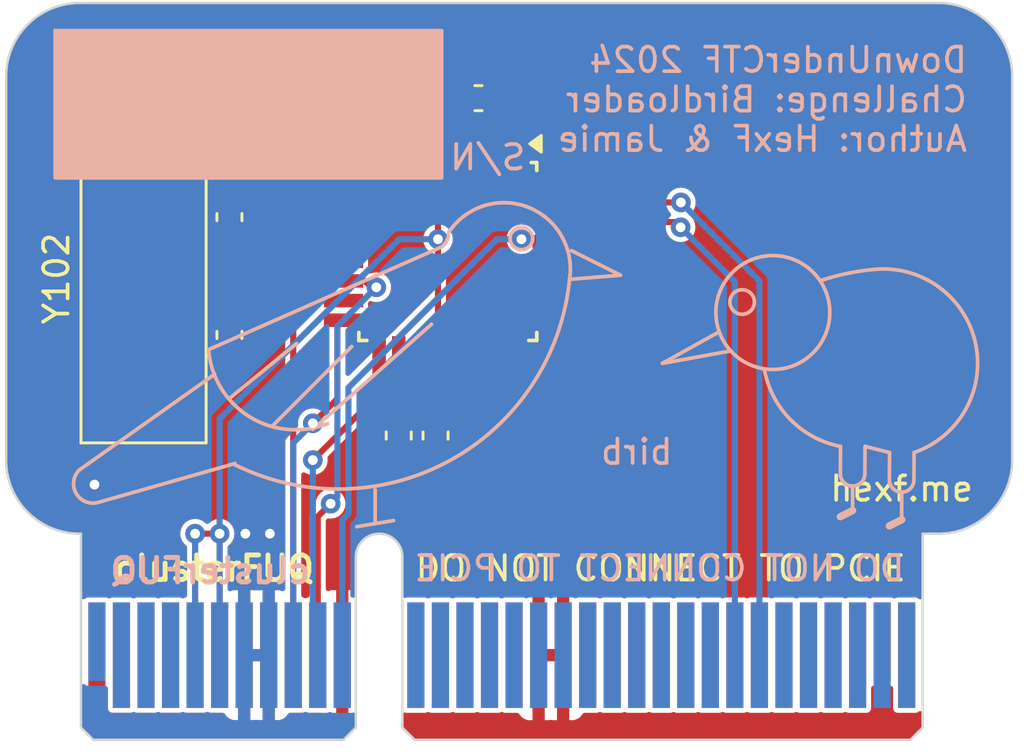
<source format=kicad_pcb>
(kicad_pcb (version 20240108) (generator "pcbnew") (generator_version "8.0")
  (layers (0 "F.Cu" signal) (31 "B.Cu" signal) (34 "B.Paste" user) (35 "F.Paste" user) (36 "B.SilkS" user "B.Silkscreen") (37 "F.SilkS" user "F.Silkscreen") (38 "B.Mask" user) (39 "F.Mask" user) (44 "Edge.Cuts" user))
  (net 0 "")
  (net 1 "/XTAL2")
  (net 2 "+5V")
  (net 3 "+3V3")
  (net 4 "GND")
  (net 5 "/XTAL1")
  (net 6 "/SPI_SCK")
  (net 7 "/SPI_CS")
  (net 21 "+5V_0")
  (net 22 "/CH_RX")
  (net 29 "/CH_TX")
  (net 30 "+AUX")
  (net 50 "+AUX_0")
  (net 51 "+AUX_1")
  (net 52 "/~{RESET}")
  (net 53 "+5V_1")
  (net 54 "+AUX_2")
  (net 55 "/SPI_MISO")
  (net 56 "/SPI_MOSI")
  (net 57 "+5V_2")
  (footprint "Package_QFP:TQFP-32_7x7mm_P0.8mm" (layer "F.Cu") (at 145 88.5 -90)
    (property "Reference" "U101" (hide yes))
    (property "Value" "ATmega328PB-A")
    (fp_line (start -3.625 3.625) (end -3.3 3.625) (stroke (width 0.15)) (layer "F.SilkS"))
    (fp_line (start -3.625 3.625) (end -3.625 3.3) (stroke (width 0.15)) (layer "F.SilkS"))
    (fp_line (start 3.625 3.625) (end 3.3 3.625) (stroke (width 0.15)) (layer "F.SilkS"))
    (fp_line (start 3.625 3.625) (end 3.625 3.3) (stroke (width 0.15)) (layer "F.SilkS"))
    (fp_line (start -3.625 -3.625) (end -3.625 -3.4) (stroke (width 0.15)) (layer "F.SilkS"))
    (fp_line (start -3.625 -3.625) (end -3.3 -3.625) (stroke (width 0.15)) (layer "F.SilkS"))
    (fp_line (start 3.625 -3.625) (end 3.625 -3.3) (stroke (width 0.15)) (layer "F.SilkS"))
    (fp_line (start 3.625 -3.625) (end 3.3 -3.625) (stroke (width 0.15)) (layer "F.SilkS"))
    (fp_poly (pts (xy -4.39 -3.34) (xy -4.73 -3.81) (xy -4.05 -3.81) (xy -4.39 -3.34)) (stroke (width 0.12)) (fill solid) (layer "F.SilkS"))
    (pad "1" smd rect (at -4.25 -2.8 270) (size 1.6 0.55) (layers "F.Cu" "F.Paste" "F.Mask"))
    (pad "2" smd rect (at -4.25 -2 270) (size 1.6 0.55) (layers "F.Cu" "F.Paste" "F.Mask"))
    (pad "3" smd rect (at -4.25 -1.2 270) (size 1.6 0.55) (layers "F.Cu" "F.Paste" "F.Mask"))
    (pad "4" smd rect (at -4.25 -0.4 270) (size 1.6 0.55) (layers "F.Cu" "F.Paste" "F.Mask") (net 3 "+3V3"))
    (pad "5" smd rect (at -4.25 0.4 270) (size 1.6 0.55) (layers "F.Cu" "F.Paste" "F.Mask") (net 4 "GND"))
    (pad "6" smd rect (at -4.25 1.2 270) (size 1.6 0.55) (layers "F.Cu" "F.Paste" "F.Mask"))
    (pad "7" smd rect (at -4.25 2 270) (size 1.6 0.55) (layers "F.Cu" "F.Paste" "F.Mask") (net 5 "/XTAL1"))
    (pad "8" smd rect (at -4.25 2.8 270) (size 1.6 0.55) (layers "F.Cu" "F.Paste" "F.Mask") (net 1 "/XTAL2"))
    (pad "9" smd rect (at -2.8 4.25) (size 1.6 0.55) (layers "F.Cu" "F.Paste" "F.Mask"))
    (pad "10" smd rect (at -2 4.25) (size 1.6 0.55) (layers "F.Cu" "F.Paste" "F.Mask"))
    (pad "11" smd rect (at -1.2 4.25) (size 1.6 0.55) (layers "F.Cu" "F.Paste" "F.Mask"))
    (pad "12" smd rect (at -0.4 4.25) (size 1.6 0.55) (layers "F.Cu" "F.Paste" "F.Mask"))
    (pad "13" smd rect (at 0.4 4.25) (size 1.6 0.55) (layers "F.Cu" "F.Paste" "F.Mask"))
    (pad "14" smd rect (at 1.2 4.25) (size 1.6 0.55) (layers "F.Cu" "F.Paste" "F.Mask") (net 7 "/SPI_CS"))
    (pad "15" smd rect (at 2 4.25) (size 1.6 0.55) (layers "F.Cu" "F.Paste" "F.Mask") (net 56 "/SPI_MOSI"))
    (pad "16" smd rect (at 2.8 4.25) (size 1.6 0.55) (layers "F.Cu" "F.Paste" "F.Mask") (net 55 "/SPI_MISO"))
    (pad "17" smd rect (at 4.25 2.8 270) (size 1.6 0.55) (layers "F.Cu" "F.Paste" "F.Mask") (net 6 "/SPI_SCK"))
    (pad "18" smd rect (at 4.25 2 270) (size 1.6 0.55) (layers "F.Cu" "F.Paste" "F.Mask") (net 3 "+3V3"))
    (pad "19" smd rect (at 4.25 1.2 270) (size 1.6 0.55) (layers "F.Cu" "F.Paste" "F.Mask"))
    (pad "20" smd rect (at 4.25 0.4 270) (size 1.6 0.55) (layers "F.Cu" "F.Paste" "F.Mask") (net 3 "+3V3"))
    (pad "21" smd rect (at 4.25 -0.4 270) (size 1.6 0.55) (layers "F.Cu" "F.Paste" "F.Mask") (net 4 "GND"))
    (pad "22" smd rect (at 4.25 -1.2 270) (size 1.6 0.55) (layers "F.Cu" "F.Paste" "F.Mask"))
    (pad "23" smd rect (at 4.25 -2 270) (size 1.6 0.55) (layers "F.Cu" "F.Paste" "F.Mask"))
    (pad "24" smd rect (at 4.25 -2.8 270) (size 1.6 0.55) (layers "F.Cu" "F.Paste" "F.Mask"))
    (pad "25" smd rect (at 2.8 -4.25) (size 1.6 0.55) (layers "F.Cu" "F.Paste" "F.Mask"))
    (pad "26" smd rect (at 2 -4.25) (size 1.6 0.55) (layers "F.Cu" "F.Paste" "F.Mask"))
    (pad "27" smd rect (at 1.2 -4.25) (size 1.6 0.55) (layers "F.Cu" "F.Paste" "F.Mask"))
    (pad "28" smd rect (at 0.4 -4.25) (size 1.6 0.55) (layers "F.Cu" "F.Paste" "F.Mask"))
    (pad "29" smd rect (at -0.4 -4.25) (size 1.6 0.55) (layers "F.Cu" "F.Paste" "F.Mask") (net 52 "/~{RESET}"))
    (pad "30" smd rect (at -1.2 -4.25) (size 1.6 0.55) (layers "F.Cu" "F.Paste" "F.Mask") (net 22 "/CH_RX"))
    (pad "31" smd rect (at -2 -4.25) (size 1.6 0.55) (layers "F.Cu" "F.Paste" "F.Mask") (net 29 "/CH_TX"))
    (pad "32" smd rect (at -2.8 -4.25) (size 1.6 0.55) (layers "F.Cu" "F.Paste" "F.Mask"))
  )
  (footprint "Capacitor_SMD:C_0603_1608Metric_Pad1.08x0.95mm_HandSolder" (layer "F.Cu") (at 144.5 96 -90)
    (property "Reference" "C103" (hide yes))
    (property "Value" "100nF")
    (fp_line (start -0.146267 0.51) (end 0.146267 0.51) (stroke (width 0.12)) (layer "F.SilkS"))
    (fp_line (start -0.146267 -0.51) (end 0.146267 -0.51) (stroke (width 0.12)) (layer "F.SilkS"))
    (pad "1" smd roundrect (at -0.8625 0 270) (size 1.075 0.95) (layers "F.Cu" "F.Paste" "F.Mask") (net 3 "+3V3"))
    (pad "2" smd roundrect (at 0.8625 0 270) (size 1.075 0.95) (layers "F.Cu" "F.Paste" "F.Mask") (net 4 "GND"))
  )
  (footprint "Connector_PCBEdge:BUS_PCIexpress_x4" (layer "F.Cu") (at 130.7 104.95)
    (property "Reference" "J1" (hide yes))
    (property "Value" "clusterFUQ_Connector")
    (fp_line (start -0.65 -4.95) (end -0.65 2.95) (stroke (width 0.1)) (layer "Edge.Cuts"))
    (fp_line (start -0.65 2.95) (end -0.15 3.45) (stroke (width 0.1)) (layer "Edge.Cuts"))
    (fp_line (start -0.15 3.45) (end 10.05 3.45) (stroke (width 0.1)) (layer "Edge.Cuts"))
    (fp_line (start 10.55 -4) (end 10.55 2.95) (stroke (width 0.1)) (layer "Edge.Cuts"))
    (fp_line (start 10.55 2.95) (end 10.05 3.45) (stroke (width 0.1)) (layer "Edge.Cuts"))
    (fp_line (start 12.45 -4) (end 12.45 2.95) (stroke (width 0.1)) (layer "Edge.Cuts"))
    (fp_line (start 12.45 2.95) (end 12.95 3.45) (stroke (width 0.1)) (layer "Edge.Cuts"))
    (fp_line (start 12.95 3.45) (end 33.15 3.45) (stroke (width 0.1)) (layer "Edge.Cuts"))
    (fp_line (start 33.65 -4.95) (end 33.65 2.95) (stroke (width 0.1)) (layer "Edge.Cuts"))
    (fp_line (start 33.65 2.95) (end 33.15 3.45) (stroke (width 0.1)) (layer "Edge.Cuts"))
    (fp_arc (start 10.55 -4) (mid 11.5 -4.95) (end 12.45 -4) (stroke (width 0.1)) (layer "Edge.Cuts"))
    (pad "A1" connect rect (at 0 -0.55) (size 0.7 3.2) (layers "B.Cu" "B.Mask") (net 54 "+AUX_2"))
    (pad "A2" connect rect (at 1 0) (size 0.7 4.3) (layers "B.Cu" "B.Mask") (net 50 "+AUX_0"))
    (pad "A3" connect rect (at 2 0) (size 0.7 4.3) (layers "B.Cu" "B.Mask") (net 53 "+5V_1"))
    (pad "A4" connect rect (at 3 0) (size 0.7 4.3) (layers "B.Cu" "B.Mask") (net 57 "+5V_2"))
    (pad "A5" connect rect (at 4 0) (size 0.7 4.3) (layers "B.Cu" "B.Mask") (net 3 "+3V3"))
    (pad "A6" connect rect (at 5 0) (size 0.7 4.3) (layers "B.Cu" "B.Mask") (net 3 "+3V3"))
    (pad "A7" connect rect (at 6 0) (size 0.7 4.3) (layers "B.Cu" "B.Mask") (net 4 "GND"))
    (pad "A8" connect rect (at 7 0) (size 0.7 4.3) (layers "B.Cu" "B.Mask") (net 4 "GND"))
    (pad "A9" connect rect (at 8 0) (size 0.7 4.3) (layers "B.Cu" "B.Mask") (net 55 "/SPI_MISO"))
    (pad "A10" connect rect (at 9 0) (size 0.7 4.3) (layers "B.Cu" "B.Mask") (net 6 "/SPI_SCK"))
    (pad "A11" connect rect (at 10 0) (size 0.7 4.3) (layers "B.Cu" "B.Mask") (net 52 "/~{RESET}"))
    (pad "A12" connect rect (at 13 0) (size 0.7 4.3) (layers "B.Cu" "B.Mask"))
    (pad "A13" connect rect (at 14 0) (size 0.7 4.3) (layers "B.Cu" "B.Mask"))
    (pad "A14" connect rect (at 15 0) (size 0.7 4.3) (layers "B.Cu" "B.Mask"))
    (pad "A15" connect rect (at 16 0) (size 0.7 4.3) (layers "B.Cu" "B.Mask"))
    (pad "A16" connect rect (at 17 0) (size 0.7 4.3) (layers "B.Cu" "B.Mask"))
    (pad "A17" connect rect (at 18 0) (size 0.7 4.3) (layers "B.Cu" "B.Mask"))
    (pad "A18" connect rect (at 19 0) (size 0.7 4.3) (layers "B.Cu" "B.Mask"))
    (pad "A19" connect rect (at 20 0) (size 0.7 4.3) (layers "B.Cu" "B.Mask"))
    (pad "A20" connect rect (at 21 0) (size 0.7 4.3) (layers "B.Cu" "B.Mask"))
    (pad "A21" connect rect (at 22 0) (size 0.7 4.3) (layers "B.Cu" "B.Mask"))
    (pad "A22" connect rect (at 23 0) (size 0.7 4.3) (layers "B.Cu" "B.Mask"))
    (pad "A23" connect rect (at 24 0) (size 0.7 4.3) (layers "B.Cu" "B.Mask"))
    (pad "A24" connect rect (at 25 0) (size 0.7 4.3) (layers "B.Cu" "B.Mask"))
    (pad "A25" connect rect (at 26 0) (size 0.7 4.3) (layers "B.Cu" "B.Mask") (net 22 "/CH_RX"))
    (pad "A26" connect rect (at 27 0) (size 0.7 4.3) (layers "B.Cu" "B.Mask") (net 29 "/CH_TX"))
    (pad "A27" connect rect (at 28 0) (size 0.7 4.3) (layers "B.Cu" "B.Mask"))
    (pad "A28" connect rect (at 29 0) (size 0.7 4.3) (layers "B.Cu" "B.Mask"))
    (pad "A29" connect rect (at 30 0) (size 0.7 4.3) (layers "B.Cu" "B.Mask"))
    (pad "A30" connect rect (at 31 0) (size 0.7 4.3) (layers "B.Cu" "B.Mask"))
    (pad "A31" connect rect (at 32 0) (size 0.7 4.3) (layers "B.Cu" "B.Mask"))
    (pad "A32" connect rect (at 33 0) (size 0.7 4.3) (layers "B.Cu" "B.Mask"))
    (pad "B1" connect rect (at 0 0) (size 0.7 4.3) (layers "F.Cu" "F.Mask") (net 51 "+AUX_1"))
    (pad "B2" connect rect (at 1 0) (size 0.7 4.3) (layers "F.Cu" "F.Mask") (net 30 "+AUX"))
    (pad "B3" connect rect (at 2 0) (size 0.7 4.3) (layers "F.Cu" "F.Mask") (net 21 "+5V_0"))
    (pad "B4" connect rect (at 3 0) (size 0.7 4.3) (layers "F.Cu" "F.Mask") (net 2 "+5V"))
    (pad "B5" connect rect (at 4 0) (size 0.7 4.3) (layers "F.Cu" "F.Mask") (net 3 "+3V3"))
    (pad "B6" connect rect (at 5 0) (size 0.7 4.3) (layers "F.Cu" "F.Mask") (net 3 "+3V3"))
    (pad "B7" connect rect (at 6 0) (size 0.7 4.3) (layers "F.Cu" "F.Mask") (net 4 "GND"))
    (pad "B8" connect rect (at 7 0) (size 0.7 4.3) (layers "F.Cu" "F.Mask") (net 4 "GND"))
    (pad "B9" connect rect (at 8 0) (size 0.7 4.3) (layers "F.Cu" "F.Mask") (net 56 "/SPI_MOSI"))
    (pad "B10" connect rect (at 9 0) (size 0.7 4.3) (layers "F.Cu" "F.Mask") (net 7 "/SPI_CS"))
    (pad "B11" connect rect (at 10 0) (size 0.7 4.3) (layers "F.Cu" "F.Mask") (net 4 "GND"))
    (pad "B12" connect rect (at 13 0) (size 0.7 4.3) (layers "F.Cu" "F.Mask"))
    (pad "B13" connect rect (at 14 0) (size 0.7 4.3) (layers "F.Cu" "F.Mask"))
    (pad "B14" connect rect (at 15 0) (size 0.7 4.3) (layers "F.Cu" "F.Mask"))
    (pad "B15" connect rect (at 16 0) (size 0.7 4.3) (layers "F.Cu" "F.Mask"))
    (pad "B16" connect rect (at 17 0) (size 0.7 4.3) (layers "F.Cu" "F.Mask"))
    (pad "B17" connect rect (at 18 0) (size 0.7 4.3) (layers "F.Cu" "F.Mask") (net 4 "GND"))
    (pad "B18" connect rect (at 19 0) (size 0.7 4.3) (layers "F.Cu" "F.Mask") (net 4 "GND"))
    (pad "B19" connect rect (at 20 0) (size 0.7 4.3) (layers "F.Cu" "F.Mask"))
    (pad "B20" connect rect (at 21 0) (size 0.7 4.3) (layers "F.Cu" "F.Mask"))
    (pad "B21" connect rect (at 22 0) (size 0.7 4.3) (layers "F.Cu" "F.Mask"))
    (pad "B22" connect rect (at 23 0) (size 0.7 4.3) (layers "F.Cu" "F.Mask"))
    (pad "B23" connect rect (at 24 0) (size 0.7 4.3) (layers "F.Cu" "F.Mask"))
    (pad "B24" connect rect (at 25 0) (size 0.7 4.3) (layers "F.Cu" "F.Mask"))
    (pad "B25" connect rect (at 26 0) (size 0.7 4.3) (layers "F.Cu" "F.Mask"))
    (pad "B26" connect rect (at 27 0) (size 0.7 4.3) (layers "F.Cu" "F.Mask"))
    (pad "B27" connect rect (at 28 0) (size 0.7 4.3) (layers "F.Cu" "F.Mask"))
    (pad "B28" connect rect (at 29 0) (size 0.7 4.3) (layers "F.Cu" "F.Mask"))
    (pad "B29" connect rect (at 30 0) (size 0.7 4.3) (layers "F.Cu" "F.Mask"))
    (pad "B30" connect rect (at 31 0) (size 0.7 4.3) (layers "F.Cu" "F.Mask"))
    (pad "B31" connect rect (at 32 -0.55) (size 0.7 3.2) (layers "F.Cu" "F.Mask"))
    (pad "B32" connect rect (at 33 0) (size 0.7 4.3) (layers "F.Cu" "F.Mask"))
  )
  (footprint "Capacitor_SMD:C_0603_1608Metric_Pad1.08x0.95mm_HandSolder" (layer "F.Cu") (at 146.25 82.25)
    (property "Reference" "C104" (hide yes))
    (property "Value" "1uF")
    (fp_line (start -0.146267 -0.51) (end 0.146267 -0.51) (stroke (width 0.12)) (layer "F.SilkS"))
    (fp_line (start -0.146267 0.51) (end 0.146267 0.51) (stroke (width 0.12)) (layer "F.SilkS"))
    (pad "1" smd roundrect (at -0.8625 0) (size 1.075 0.95) (layers "F.Cu" "F.Paste" "F.Mask") (net 3 "+3V3"))
    (pad "2" smd roundrect (at 0.8625 0) (size 1.075 0.95) (layers "F.Cu" "F.Paste" "F.Mask") (net 4 "GND"))
  )
  (footprint "Capacitor_SMD:C_0603_1608Metric_Pad1.08x0.95mm_HandSolder" (layer "F.Cu") (at 136.1 91.9 -90)
    (property "Reference" "C101" (hide yes))
    (property "Value" "22pF")
    (fp_line (start -0.146267 0.51) (end 0.146267 0.51) (stroke (width 0.12)) (layer "F.SilkS"))
    (fp_line (start -0.146267 -0.51) (end 0.146267 -0.51) (stroke (width 0.12)) (layer "F.SilkS"))
    (pad "1" smd roundrect (at -0.8625 0 270) (size 1.075 0.95) (layers "F.Cu" "F.Paste" "F.Mask") (net 1 "/XTAL2"))
    (pad "2" smd roundrect (at 0.8625 0 270) (size 1.075 0.95) (layers "F.Cu" "F.Paste" "F.Mask") (net 4 "GND"))
  )
  (footprint "Crystal:Crystal_SMD_HC49-SD" (layer "F.Cu") (at 132.6 89.6 90)
    (property "Reference" "Y102" (at 0 -3.55 -90) (layer "F.SilkS"))
    (property "Value" "X49SM8MSD2SC")
    (fp_line (start 5.9 -2.55) (end -6.7 -2.55) (stroke (width 0.12)) (layer "F.SilkS"))
    (fp_line (start -6.7 -2.55) (end -6.7 2.55) (stroke (width 0.12)) (layer "F.SilkS"))
    (fp_line (start -6.7 2.55) (end 5.9 2.55) (stroke (width 0.12)) (layer "F.SilkS"))
    (pad "1" smd rect (at -4.25 0 90) (size 4.5 2) (layers "F.Cu" "F.Paste" "F.Mask") (net 1 "/XTAL2"))
    (pad "2" smd rect (at 4.25 0 90) (size 4.5 2) (layers "F.Cu" "F.Paste" "F.Mask") (net 5 "/XTAL1"))
  )
  (footprint "Capacitor_SMD:C_0603_1608Metric_Pad1.08x0.95mm_HandSolder" (layer "F.Cu") (at 136.1 87.1 -90)
    (property "Reference" "C102" (hide yes))
    (property "Value" "22pF")
    (fp_line (start -0.146267 0.51) (end 0.146267 0.51) (stroke (width 0.12)) (layer "F.SilkS"))
    (fp_line (start -0.146267 -0.51) (end 0.146267 -0.51) (stroke (width 0.12)) (layer "F.SilkS"))
    (pad "1" smd roundrect (at -0.8625 0 270) (size 1.075 0.95) (layers "F.Cu" "F.Paste" "F.Mask") (net 5 "/XTAL1"))
    (pad "2" smd roundrect (at 0.8625 0 270) (size 1.075 0.95) (layers "F.Cu" "F.Paste" "F.Mask") (net 4 "GND"))
  )
  (footprint "Capacitor_SMD:C_0603_1608Metric_Pad1.08x0.95mm_HandSolder" (layer "F.Cu") (at 143 96 -90)
    (property "Reference" "C105" (hide yes))
    (property "Value" "1uF")
    (fp_line (start -0.146267 0.51) (end 0.146267 0.51) (stroke (width 0.12)) (layer "F.SilkS"))
    (fp_line (start -0.146267 -0.51) (end 0.146267 -0.51) (stroke (width 0.12)) (layer "F.SilkS"))
    (pad "1" smd roundrect (at -0.8625 0 270) (size 1.075 0.95) (layers "F.Cu" "F.Paste" "F.Mask") (net 3 "+3V3"))
    (pad "2" smd roundrect (at 0.8625 0 270) (size 1.075 0.95) (layers "F.Cu" "F.Paste" "F.Mask") (net 4 "GND"))
  )
  (gr_line (start 144.739465 88.314468) (end 135.25 92.5) (stroke (width 0.15)) (layer "B.SilkS"))
  (gr_arc (start 149.960535 89.636215) (mid 145.117639 96.999786) (end 136.306116 97.181164) (stroke (width 0.15)) (layer "B.SilkS"))
  (gr_line (start 141.289464 99.714467) (end 142.789464 99.464467) (stroke (width 0.15)) (layer "B.SilkS"))
  (gr_circle (center 158.2464 90.986582) (end 159.7464 92.757845) (stroke (width 0.15)) (fill none) (layer "B.SilkS"))
  (gr_arc (start 130.789464 98.714467) (mid 129.866965 98.380094) (end 129.980447 97.40545) (stroke (width 0.15)) (layer "B.SilkS"))
  (gr_arc (start 162.472385 89.22145) (mid 166.514056 92.285444) (end 164.0036 96.692345) (stroke (width 0.15)) (layer "B.SilkS"))
  (gr_arc (start 161.0036 96.442345) (mid 158.958946 95.344699) (end 157.897178 93.281186) (stroke (width 0.15)) (layer "B.SilkS"))
  (gr_line (start 139.5 95.75) (end 144.335787 91.464467) (stroke (width 0.15)) (layer "B.SilkS"))
  (gr_line (start 136.326931 97.139534) (end 130.789464 98.714467) (stroke (width 0.15)) (layer "B.SilkS"))
  (gr_line (start 138.835787 92.25) (end 136.085787 94.5) (stroke (width 0.15)) (layer "B.SilkS"))
  (gr_line (start 161.4964 99.057653) (end 160.9964 99.307653) (stroke (width 0.3)) (layer "B.SilkS"))
  (gr_line (start 152.039464 89.464467) (end 149.960535 89.636215) (stroke (width 0.15)) (layer "B.SilkS"))
  (gr_arc (start 145.039465 87.714468) (mid 148.273132 86.695561) (end 149.960535 89.636215) (stroke (width 0.15)) (layer "B.SilkS"))
  (gr_line (start 142.039464 98.214467) (end 142.039464 99.589467) (stroke (width 0.15)) (layer "B.SilkS"))
  (gr_line (start 150.039464 88.464467) (end 152.039464 89.464467) (stroke (width 0.15)) (layer "B.SilkS"))
  (gr_line (start 162.9964 97.807653) (end 163.0036 96.692346) (stroke (width 0.15)) (layer "B.SilkS"))
  (gr_line (start 129.980447 97.40545) (end 135.5 93.5) (stroke (width 0.15)) (layer "B.SilkS"))
  (gr_arc (start 161.9964 97.557653) (mid 161.4964 98.057653) (end 160.9964 97.557653) (stroke (width 0.15)) (layer "B.SilkS"))
  (gr_line (start 141.085787 92.375) (end 137.835787 95.625) (stroke (width 0.15)) (layer "B.SilkS"))
  (gr_line (start 163.0036 96.692346) (end 162.0036 96.442346) (stroke (width 0.15)) (layer "B.SilkS"))
  (gr_arc (start 163.9964 97.807653) (mid 163.4964 98.307653) (end 162.9964 97.807653) (stroke (width 0.15)) (layer "B.SilkS"))
  (gr_circle (center 156.9964 90.557653) (end 156.9964 91.057653) (stroke (width 0.15)) (fill none) (layer "B.SilkS"))
  (gr_line (start 155.9964 91.807653) (end 153.7464 93.057653) (stroke (width 0.15)) (layer "B.SilkS"))
  (gr_line (start 163.9964 97.807653) (end 164.0036 96.692346) (stroke (width 0.15)) (layer "B.SilkS"))
  (gr_line (start 161.9964 97.557653) (end 162.0036 96.442346) (stroke (width 0.15)) (layer "B.SilkS"))
  (gr_line (start 153.7464 93.057653) (end 156.4964 92.557653) (stroke (width 0.15)) (layer "B.SilkS"))
  (gr_line (start 163.4964 98.307653) (end 163.4964 99.307653) (stroke (width 0.15)) (layer "B.SilkS"))
  (gr_arc (start 145.039465 87.714468) (mid 144.960285 88.049878) (end 144.739465 88.314468) (stroke (width 0.15)) (layer "B.SilkS"))
  (gr_circle (center 148 87.964467) (end 148.460536 87.964467) (stroke (width 0.15)) (fill none) (layer "B.SilkS"))
  (gr_line (start 161.4964 98.057653) (end 161.4964 99.057653) (stroke (width 0.15)) (layer "B.SilkS"))
  (gr_arc (start 160.249262 89.668151) (mid 161.347661 89.379295) (end 162.472385 89.22145) (stroke (width 0.15)) (layer "B.SilkS"))
  (gr_line (start 163.4964 99.432653) (end 162.9964 99.682653) (stroke (width 0.3)) (layer "B.SilkS"))
  (gr_line (start 160.9964 97.557653) (end 161.0036 96.442346) (stroke (width 0.15)) (layer "B.SilkS"))
  (gr_arc (start 140.108258 95.511452) (mid 136.918621 95.232624) (end 135.25 92.5) (stroke (width 0.15)) (layer "B.SilkS"))
  (gr_rect (start 129 79.5) (end 144.75 85.5) (stroke (width 0.15)) (fill solid) (layer "B.SilkS"))
  (gr_arc (start 165 78.37132) (mid 167.12132 79.25) (end 168 81.37132) (stroke (width 0.1)) (layer "Edge.Cuts"))
  (gr_line (start 165 100) (end 164.35 100) (stroke (width 0.1)) (layer "Edge.Cuts"))
  (gr_line (start 130 78.37132) (end 165 78.37132) (stroke (width 0.1)) (layer "Edge.Cuts"))
  (gr_line (start 168 81.37132) (end 168 97) (stroke (width 0.1)) (layer "Edge.Cuts"))
  (gr_arc (start 130.05 99.999999) (mid 127.896138 99.139219) (end 126.999584 97) (stroke (width 0.1)) (layer "Edge.Cuts"))
  (gr_line (start 127 97) (end 127 81.37132) (stroke (width 0.1)) (layer "Edge.Cuts"))
  (gr_arc (start 168 97) (mid 167.12132 99.12132) (end 165 100) (stroke (width 0.1)) (layer "Edge.Cuts"))
  (gr_arc (start 127 81.37132) (mid 127.87868 79.25) (end 130 78.37132) (stroke (width 0.1)) (layer "Edge.Cuts"))
  (gr_text "DO NOT CONNECT TO PCIE" (at 163.7 102 0) (layer "B.SilkS") (effects (font (size 1 1)) (justify left bottom mirror)))
  (gr_text "clusterFUQ" (at 139.5 102.1 0) (layer "B.SilkS") (effects (font (size 1 1) (thickness 0.2) (bold yes)) (justify left bottom mirror)))
  (gr_text "DownUnderCTF 2024\nChallenge: Birdloader\nAuthor: HexF & Jamie" (at 166.25 84.5 0) (layer "B.SilkS") (effects (font (size 1 1)) (justify left bottom mirror)))
  (gr_text "S/N" (at 148.25 85.25 -0) (layer "B.SilkS") (effects (font (size 1 1)) (justify left bottom mirror)))
  (gr_text "birb" (at 154.25 97.25 0) (layer "B.SilkS") (effects (font (size 1 1)) (justify left bottom mirror)))
  (gr_text "DO NOT CONNECT TO PCIE" (at 143.6 102 0) (layer "F.SilkS") (effects (font (size 1 1)) (justify left bottom)))
  (gr_text "hexf.me" (at 166.5 98.75 -0) (layer "F.SilkS") (effects (font (size 1 1)) (justify right bottom)))
  (gr_text "clusterFUQ" (at 131.3 102 0) (layer "F.SilkS") (effects (font (size 1 1) (thickness 0.2) (bold yes)) (justify left bottom)))
  (segment (start 136.1 91.0375) (end 139.625 87.5125) (width 0.25) (layer "F.Cu") (net 1))
  (segment (start 139.625 85.075) (end 140.45 84.25) (width 0.25) (layer "F.Cu") (net 1))
  (segment (start 140.45 84.25) (end 142.2 84.25) (width 0.25) (layer "F.Cu") (net 1))
  (segment (start 132.6 93.85) (end 135.4125 91.0375) (width 0.25) (layer "F.Cu") (net 1))
  (segment (start 135.4125 91.0375) (end 136.1 91.0375) (width 0.25) (layer "F.Cu") (net 1))
  (segment (start 139.625 87.5125) (end 139.625 85.075) (width 0.25) (layer "F.Cu") (net 1))
  (segment (start 144.6 95.0375) (end 144.5 95.1375) (width 0.25) (layer "F.Cu") (net 3))
  (segment (start 144.6 86.9) (end 144.6 88) (width 0.25) (layer "F.Cu") (net 3))
  (segment (start 143 92) (end 144.5 90.5) (width 0.25) (layer "F.Cu") (net 3))
  (segment (start 144.6 90.5) (end 144.6 92.75) (width 0.25) (layer "F.Cu") (net 3))
  (segment (start 145.3875 82.25) (end 145.3875 84.2375) (width 0.25) (layer "F.Cu") (net 3))
  (segment (start 135.7 104.95) (end 135.7 100) (width 0.25) (layer "F.Cu") (net 3))
  (segment (start 135.7 100) (end 134.7 100) (width 0.25) (layer "F.Cu") (net 3))
  (segment (start 144.5 90.5) (end 144.6 90.5) (width 0.25) (layer "F.Cu") (net 3))
  (segment (start 144.6 88) (end 144.6 90.5) (width 0.25) (layer "F.Cu") (net 3))
  (segment (start 145.3875 84.2375) (end 145.4 84.25) (width 0.25) (layer "F.Cu") (net 3))
  (segment (start 144.6 92.75) (end 144.6 95.0375) (width 0.25) (layer "F.Cu") (net 3))
  (segment (start 134.7 104.95) (end 134.7 100) (width 0.25) (layer "F.Cu") (net 3))
  (segment (start 145.4 84.25) (end 145.4 86.1) (width 0.25) (layer "F.Cu") (net 3))
  (segment (start 143 92.75) (end 143 95.1375) (width 0.25) (layer "F.Cu") (net 3))
  (segment (start 143 92.75) (end 143 92) (width 0.25) (layer "F.Cu") (net 3))
  (segment (start 145.4 86.1) (end 144.6 86.9) (width 0.25) (layer "F.Cu") (net 3))
  (via (at 144.6 88) (size 0.8) (drill 0.4) (layers "F.Cu" "B.Cu") (net 3))
  (via (at 135.7 100) (size 0.8) (drill 0.4) (layers "F.Cu" "B.Cu") (net 3))
  (via (at 134.7 100) (size 0.8) (drill 0.4) (layers "F.Cu" "B.Cu") (net 3))
  (segment (start 135.7 100) (end 135.7 104.95) (width 0.25) (layer "B.Cu") (net 3))
  (segment (start 143.018023 88) (end 144.6 88) (width 0.25) (layer "B.Cu") (net 3))
  (segment (start 134.7 100) (end 134.7 104.95) (width 0.25) (layer "B.Cu") (net 3))
  (segment (start 135.7 100) (end 135.7 95.318023) (width 0.25) (layer "B.Cu") (net 3))
  (segment (start 135.7 95.318023) (end 143.018023 88) (width 0.25) (layer "B.Cu") (net 3))
  (via (at 130.6 98) (size 0.8) (drill 0.4) (layers "F.Cu" "B.Cu") (net 4))
  (via (at 136.75 100) (size 0.8) (drill 0.4) (layers "F.Cu" "B.Cu") (net 4))
  (via (at 137.75 100) (size 0.8) (drill 0.4) (layers "F.Cu" "B.Cu") (net 4))
  (segment (start 135.2125 85.35) (end 136.1 86.2375) (width 0.25) (layer "F.Cu") (net 5))
  (segment (start 142.625 83.125) (end 143 83.5) (width 0.25) (layer "F.Cu") (net 5))
  (segment (start 132.6 85.35) (end 135.2125 85.35) (width 0.25) (layer "F.Cu") (net 5))
  (segment (start 143 83.5) (end 143 84.25) (width 0.25) (layer "F.Cu") (net 5))
  (segment (start 139.2125 83.125) (end 142.625 83.125) (width 0.25) (layer "F.Cu") (net 5))
  (segment (start 136.1 86.2375) (end 139.2125 83.125) (width 0.25) (layer "F.Cu") (net 5))
  (segment (start 139.5 97) (end 142.2 94.3) (width 0.25) (layer "F.Cu") (net 6))
  (segment (start 142.2 94.3) (end 142.2 92.75) (width 0.25) (layer "F.Cu") (net 6))
  (via (at 139.5 97) (size 0.8) (drill 0.4) (layers "F.Cu" "B.Cu") (net 6))
  (segment (start 139.5 104.75) (end 139.5 97) (width 0.25) (layer "B.Cu") (net 6))
  (segment (start 139.7 104.95) (end 139.5 104.75) (width 0.25) (layer "B.Cu") (net 6))
  (segment (start 140.225 98.777315) (end 139.7 99.302315) (width 0.25) (layer "F.Cu") (net 7))
  (segment (start 142.086657 89.956671) (end 141.875 89.956671) (width 0.25) (layer "F.Cu") (net 7))
  (segment (start 141.618329 89.7) (end 140.75 89.7) (width 0.25) (layer "F.Cu") (net 7))
  (segment (start 141.875 89.956671) (end 141.618329 89.7) (width 0.25) (layer "F.Cu") (net 7))
  (segment (start 139.7 99.302315) (end 139.7 104.95) (width 0.25) (layer "F.Cu") (net 7))
  (via (at 140.225 98.777315) (size 0.8) (drill 0.4) (layers "F.Cu" "B.Cu") (net 7))
  (via (at 142.086657 89.956671) (size 0.8) (drill 0.4) (layers "F.Cu" "B.Cu") (net 7))
  (segment (start 140.5 98.502315) (end 140.5 91.543328) (width 0.25) (layer "B.Cu") (net 7))
  (segment (start 140.225 98.777315) (end 140.5 98.502315) (width 0.25) (layer "B.Cu") (net 7))
  (segment (start 140.5 91.543328) (end 142.086657 89.956671) (width 0.25) (layer "B.Cu") (net 7))
  (segment (start 149.25 87.3) (end 154.274694 87.3) (width 0.25) (layer "F.Cu") (net 22))
  (segment (start 154.274694 87.3) (end 154.487347 87.512653) (width 0.25) (layer "F.Cu") (net 22))
  (via (at 154.487347 87.512653) (size 0.8) (drill 0.4) (layers "F.Cu" "B.Cu") (net 22))
  (segment (start 156.7 89.725306) (end 156.7 104.95) (width 0.25) (layer "B.Cu") (net 22))
  (segment (start 154.487347 87.512653) (end 156.7 89.725306) (width 0.25) (layer "B.Cu") (net 22))
  (segment (start 149.25 86.5) (end 154.5 86.5) (width 0.25) (layer "F.Cu") (net 29))
  (via (at 154.5 86.5) (size 0.8) (drill 0.4) (layers "F.Cu" "B.Cu") (net 29))
  (segment (start 154.5 86.5) (end 157.7 89.7) (width 0.25) (layer "B.Cu") (net 29))
  (segment (start 157.7 89.7) (end 157.7 104.95) (width 0.25) (layer "B.Cu") (net 29))
  (segment (start 148.1 88.1) (end 148 88) (width 0.25) (layer "F.Cu") (net 52))
  (segment (start 149.25 88.1) (end 148.1 88.1) (width 0.25) (layer "F.Cu") (net 52))
  (via (at 148 88) (size 0.8) (drill 0.4) (layers "F.Cu" "B.Cu") (net 52))
  (segment (start 140.7 99.436396) (end 140.7 104.95) (width 0.25) (layer "B.Cu") (net 52))
  (segment (start 148 88) (end 147 88) (width 0.25) (layer "B.Cu") (net 52))
  (segment (start 140.95 99.186396) (end 140.7 99.436396) (width 0.25) (layer "B.Cu") (net 52))
  (segment (start 147 88) (end 140.95 94.05) (width 0.25) (layer "B.Cu") (net 52))
  (segment (start 140.95 94.05) (end 140.95 99.186396) (width 0.25) (layer "B.Cu") (net 52))
  (segment (start 139.5 95.5) (end 140.5 94.5) (width 0.25) (layer "F.Cu") (net 55))
  (segment (start 140.5 91.55) (end 140.75 91.3) (width 0.25) (layer "F.Cu") (net 55))
  (segment (start 140.5 94.5) (end 140.5 91.55) (width 0.25) (layer "F.Cu") (net 55))
  (via (at 139.5 95.5) (size 0.8) (drill 0.4) (layers "F.Cu" "B.Cu") (net 55))
  (segment (start 139.5 95.5) (end 138.7 96.3) (width 0.25) (layer "B.Cu") (net 55))
  (segment (start 138.7 96.3) (end 138.7 104.95) (width 0.25) (layer "B.Cu") (net 55))
  (segment (start 139.7 90.5) (end 138.7 91.5) (width 0.25) (layer "F.Cu") (net 56))
  (segment (start 138.7 91.5) (end 138.7 104.95) (width 0.25) (layer "F.Cu") (net 56))
  (segment (start 140.75 90.5) (end 139.7 90.5) (width 0.25) (layer "F.Cu") (net 56))
  (zone (net 4) (net_name "GND") (layers "F&B.Cu") (connect_pads (clearance 0.2)) (min_thickness 0.2) (fill yes (thermal_gap 0.5) (thermal_bridge_width 0.5))
    (polygon (pts (xy 126.75 78.25) (xy 126.75 108.85) (xy 168.5 109) (xy 168.5 78.25)))
  )
)
</source>
